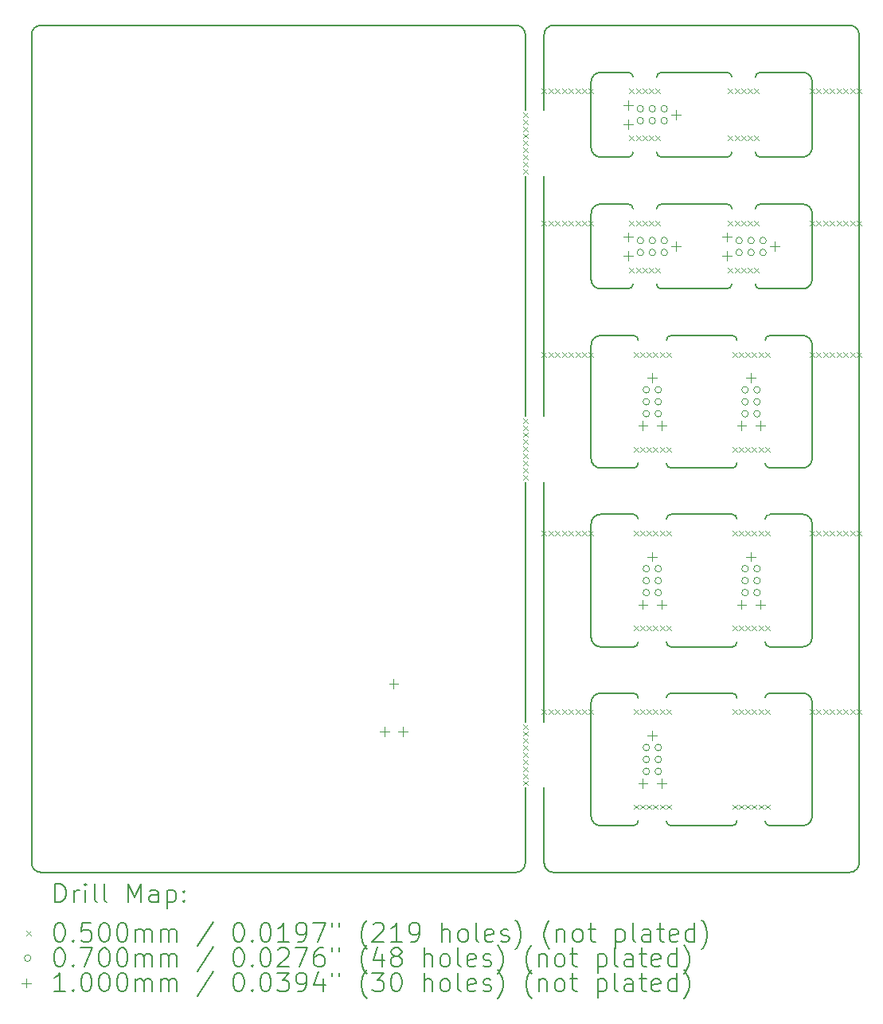
<source format=gbr>
%FSLAX45Y45*%
G04 Gerber Fmt 4.5, Leading zero omitted, Abs format (unit mm)*
G04 Created by KiCad (PCBNEW (6.0.2-0)) date 2022-08-08 09:45:42*
%MOMM*%
%LPD*%
G01*
G04 APERTURE LIST*
%TA.AperFunction,Profile*%
%ADD10C,0.150000*%
%TD*%
%ADD11C,0.200000*%
%ADD12C,0.050000*%
%ADD13C,0.070000*%
%ADD14C,0.100000*%
G04 APERTURE END LIST*
D10*
X16900000Y-12354000D02*
X16550000Y-12354000D01*
X17196000Y-6250000D02*
G75*
G03*
X17146000Y-6300000I0J-50000D01*
G01*
X17950000Y-10454000D02*
G75*
G03*
X18000000Y-10404000I0J50000D01*
G01*
X19300000Y-5850000D02*
X19300000Y-14650000D01*
X16950000Y-12896000D02*
G75*
G03*
X16900000Y-12846000I-50000J0D01*
G01*
X19200000Y-5750000D02*
X16050000Y-5750000D01*
X18800000Y-12946000D02*
G75*
G03*
X18700000Y-12846000I-100000J0D01*
G01*
X18800000Y-7750000D02*
X18800000Y-8450000D01*
X16900000Y-14254000D02*
G75*
G03*
X16950000Y-14204000I0J50000D01*
G01*
X16900000Y-10454000D02*
G75*
G03*
X16950000Y-10404000I0J50000D01*
G01*
X16550000Y-7650000D02*
G75*
G03*
X16450000Y-7750000I0J-100000D01*
G01*
X10600000Y-5750000D02*
G75*
G03*
X10500000Y-5850000I0J-100000D01*
G01*
X10600000Y-14750000D02*
X15650000Y-14750000D01*
X18300000Y-12304000D02*
G75*
G03*
X18350000Y-12354000I50000J0D01*
G01*
X16050000Y-5750000D02*
G75*
G03*
X15950000Y-5850000I0J-100000D01*
G01*
X15950000Y-6650000D02*
X15950000Y-5850000D01*
X16550000Y-10946000D02*
G75*
G03*
X16450000Y-11046000I0J-100000D01*
G01*
X18350000Y-9046000D02*
G75*
G03*
X18300000Y-9096000I0J-50000D01*
G01*
X18350000Y-14254000D02*
X18700000Y-14254000D01*
X16900000Y-12354000D02*
G75*
G03*
X16950000Y-12304000I0J50000D01*
G01*
X18350000Y-12846000D02*
X18700000Y-12846000D01*
X16900000Y-10946000D02*
X16550000Y-10946000D01*
X18246000Y-7650000D02*
G75*
G03*
X18196000Y-7700000I0J-50000D01*
G01*
X17146000Y-8500000D02*
G75*
G03*
X17196000Y-8550000I50000J0D01*
G01*
X16900000Y-14254000D02*
X16550000Y-14254000D01*
X18000000Y-12896000D02*
G75*
G03*
X17950000Y-12846000I-50000J0D01*
G01*
X16846000Y-8550000D02*
X16550000Y-8550000D01*
X17950000Y-14254000D02*
G75*
G03*
X18000000Y-14204000I0J50000D01*
G01*
X18196000Y-8500000D02*
G75*
G03*
X18246000Y-8550000I50000J0D01*
G01*
X16846000Y-8550000D02*
G75*
G03*
X16896000Y-8500000I0J50000D01*
G01*
X15950000Y-14650000D02*
G75*
G03*
X16050000Y-14750000I100000J0D01*
G01*
X17196000Y-7650000D02*
G75*
G03*
X17146000Y-7700000I0J-50000D01*
G01*
X17300000Y-10946000D02*
G75*
G03*
X17250000Y-10996000I0J-50000D01*
G01*
X16900000Y-9046000D02*
X16550000Y-9046000D01*
X18800000Y-6350000D02*
X18800000Y-7050000D01*
X18800000Y-11046000D02*
G75*
G03*
X18700000Y-10946000I-100000J0D01*
G01*
X17250000Y-12304000D02*
G75*
G03*
X17300000Y-12354000I50000J0D01*
G01*
X17896000Y-8550000D02*
X17196000Y-8550000D01*
X18000000Y-9096000D02*
G75*
G03*
X17950000Y-9046000I-50000J0D01*
G01*
X18246000Y-6250000D02*
G75*
G03*
X18196000Y-6300000I0J-50000D01*
G01*
X18196000Y-7100000D02*
G75*
G03*
X18246000Y-7150000I50000J0D01*
G01*
X16450000Y-14154000D02*
X16450000Y-12946000D01*
X16900000Y-10454000D02*
X16550000Y-10454000D01*
X16550000Y-9046000D02*
G75*
G03*
X16450000Y-9146000I0J-100000D01*
G01*
X15750000Y-5850000D02*
X15750000Y-6650000D01*
X19300000Y-5850000D02*
G75*
G03*
X19200000Y-5750000I-100000J0D01*
G01*
X15750000Y-7350000D02*
X15750000Y-9900000D01*
X18700000Y-8550000D02*
G75*
G03*
X18800000Y-8450000I0J100000D01*
G01*
X15750000Y-13150000D02*
X15750000Y-10600000D01*
X18700000Y-10454000D02*
G75*
G03*
X18800000Y-10354000I0J100000D01*
G01*
X16846000Y-7150000D02*
G75*
G03*
X16896000Y-7100000I0J50000D01*
G01*
X16450000Y-8450000D02*
X16450000Y-7750000D01*
X16896000Y-6300000D02*
G75*
G03*
X16846000Y-6250000I-50000J0D01*
G01*
X16450000Y-12254000D02*
X16450000Y-11046000D01*
X16846000Y-7150000D02*
X16550000Y-7150000D01*
X18350000Y-12354000D02*
X18700000Y-12354000D01*
X17300000Y-12846000D02*
G75*
G03*
X17250000Y-12896000I0J-50000D01*
G01*
X18300000Y-14204000D02*
G75*
G03*
X18350000Y-14254000I50000J0D01*
G01*
X16450000Y-10354000D02*
G75*
G03*
X16550000Y-10454000I100000J0D01*
G01*
X17950000Y-14254000D02*
X17300000Y-14254000D01*
X16450000Y-7050000D02*
X16450000Y-6350000D01*
X18700000Y-7650000D02*
X18246000Y-7650000D01*
X16950000Y-10996000D02*
G75*
G03*
X16900000Y-10946000I-50000J0D01*
G01*
X17300000Y-9046000D02*
G75*
G03*
X17250000Y-9096000I0J-50000D01*
G01*
X18700000Y-7150000D02*
G75*
G03*
X18800000Y-7050000I0J100000D01*
G01*
X18800000Y-7750000D02*
G75*
G03*
X18700000Y-7650000I-100000J0D01*
G01*
X18700000Y-6250000D02*
X18246000Y-6250000D01*
X16550000Y-12846000D02*
G75*
G03*
X16450000Y-12946000I0J-100000D01*
G01*
X18350000Y-12846000D02*
G75*
G03*
X18300000Y-12896000I0J-50000D01*
G01*
X18800000Y-12946000D02*
X18800000Y-14154000D01*
X16550000Y-7650000D02*
X16846000Y-7650000D01*
X16450000Y-14154000D02*
G75*
G03*
X16550000Y-14254000I100000J0D01*
G01*
X15950000Y-14650000D02*
X15950000Y-13850000D01*
X10500000Y-14650000D02*
X10500000Y-5850000D01*
X17196000Y-6250000D02*
X17896000Y-6250000D01*
X17946000Y-7700000D02*
G75*
G03*
X17896000Y-7650000I-50000J0D01*
G01*
X18700000Y-12354000D02*
G75*
G03*
X18800000Y-12254000I0J100000D01*
G01*
X16950000Y-9096000D02*
G75*
G03*
X16900000Y-9046000I-50000J0D01*
G01*
X17950000Y-10454000D02*
X17300000Y-10454000D01*
X19200000Y-14750000D02*
X16050000Y-14750000D01*
X17896000Y-7150000D02*
G75*
G03*
X17946000Y-7100000I0J50000D01*
G01*
X18350000Y-10454000D02*
X18700000Y-10454000D01*
X18350000Y-9046000D02*
X18700000Y-9046000D01*
X15750000Y-5850000D02*
G75*
G03*
X15650000Y-5750000I-100000J0D01*
G01*
X18350000Y-10946000D02*
X18700000Y-10946000D01*
X16450000Y-12254000D02*
G75*
G03*
X16550000Y-12354000I100000J0D01*
G01*
X18700000Y-14254000D02*
G75*
G03*
X18800000Y-14154000I0J100000D01*
G01*
X16450000Y-8450000D02*
G75*
G03*
X16550000Y-8550000I100000J0D01*
G01*
X15950000Y-9900000D02*
X15950000Y-7350000D01*
X18350000Y-10946000D02*
G75*
G03*
X18300000Y-10996000I0J-50000D01*
G01*
X18300000Y-10404000D02*
G75*
G03*
X18350000Y-10454000I50000J0D01*
G01*
X15750000Y-13850000D02*
X15750000Y-14650000D01*
X17950000Y-12354000D02*
G75*
G03*
X18000000Y-12304000I0J50000D01*
G01*
X18800000Y-6350000D02*
G75*
G03*
X18700000Y-6250000I-100000J0D01*
G01*
X17946000Y-6300000D02*
G75*
G03*
X17896000Y-6250000I-50000J0D01*
G01*
X10600000Y-5750000D02*
X15650000Y-5750000D01*
X18800000Y-11046000D02*
X18800000Y-12254000D01*
X17300000Y-10946000D02*
X17950000Y-10946000D01*
X18800000Y-9146000D02*
G75*
G03*
X18700000Y-9046000I-100000J0D01*
G01*
X18800000Y-9146000D02*
X18800000Y-10354000D01*
X16896000Y-7700000D02*
G75*
G03*
X16846000Y-7650000I-50000J0D01*
G01*
X15950000Y-13150000D02*
X15950000Y-10600000D01*
X17896000Y-7150000D02*
X17196000Y-7150000D01*
X16550000Y-6250000D02*
X16846000Y-6250000D01*
X16450000Y-7050000D02*
G75*
G03*
X16550000Y-7150000I100000J0D01*
G01*
X15650000Y-14750000D02*
G75*
G03*
X15750000Y-14650000I0J100000D01*
G01*
X17250000Y-14204000D02*
G75*
G03*
X17300000Y-14254000I50000J0D01*
G01*
X19200000Y-14750000D02*
G75*
G03*
X19300000Y-14650000I0J100000D01*
G01*
X10500000Y-14650000D02*
G75*
G03*
X10600000Y-14750000I100000J0D01*
G01*
X17950000Y-12354000D02*
X17300000Y-12354000D01*
X17196000Y-7650000D02*
X17896000Y-7650000D01*
X17300000Y-9046000D02*
X17950000Y-9046000D01*
X16550000Y-6250000D02*
G75*
G03*
X16450000Y-6350000I0J-100000D01*
G01*
X16900000Y-12846000D02*
X16550000Y-12846000D01*
X18000000Y-10996000D02*
G75*
G03*
X17950000Y-10946000I-50000J0D01*
G01*
X18246000Y-8550000D02*
X18700000Y-8550000D01*
X17146000Y-7100000D02*
G75*
G03*
X17196000Y-7150000I50000J0D01*
G01*
X18246000Y-7150000D02*
X18700000Y-7150000D01*
X17300000Y-12846000D02*
X17950000Y-12846000D01*
X17250000Y-10404000D02*
G75*
G03*
X17300000Y-10454000I50000J0D01*
G01*
X16450000Y-10354000D02*
X16450000Y-9146000D01*
X17896000Y-8550000D02*
G75*
G03*
X17946000Y-8500000I0J50000D01*
G01*
D11*
D12*
X15725000Y-6675000D02*
X15775000Y-6725000D01*
X15775000Y-6675000D02*
X15725000Y-6725000D01*
X15725000Y-6750000D02*
X15775000Y-6800000D01*
X15775000Y-6750000D02*
X15725000Y-6800000D01*
X15725000Y-6825000D02*
X15775000Y-6875000D01*
X15775000Y-6825000D02*
X15725000Y-6875000D01*
X15725000Y-6900000D02*
X15775000Y-6950000D01*
X15775000Y-6900000D02*
X15725000Y-6950000D01*
X15725000Y-6975000D02*
X15775000Y-7025000D01*
X15775000Y-6975000D02*
X15725000Y-7025000D01*
X15725000Y-7050000D02*
X15775000Y-7100000D01*
X15775000Y-7050000D02*
X15725000Y-7100000D01*
X15725000Y-7125000D02*
X15775000Y-7175000D01*
X15775000Y-7125000D02*
X15725000Y-7175000D01*
X15725000Y-7200000D02*
X15775000Y-7250000D01*
X15775000Y-7200000D02*
X15725000Y-7250000D01*
X15725000Y-7275000D02*
X15775000Y-7325000D01*
X15775000Y-7275000D02*
X15725000Y-7325000D01*
X15725000Y-9925000D02*
X15775000Y-9975000D01*
X15775000Y-9925000D02*
X15725000Y-9975000D01*
X15725000Y-10000000D02*
X15775000Y-10050000D01*
X15775000Y-10000000D02*
X15725000Y-10050000D01*
X15725000Y-10075000D02*
X15775000Y-10125000D01*
X15775000Y-10075000D02*
X15725000Y-10125000D01*
X15725000Y-10150000D02*
X15775000Y-10200000D01*
X15775000Y-10150000D02*
X15725000Y-10200000D01*
X15725000Y-10225000D02*
X15775000Y-10275000D01*
X15775000Y-10225000D02*
X15725000Y-10275000D01*
X15725000Y-10300000D02*
X15775000Y-10350000D01*
X15775000Y-10300000D02*
X15725000Y-10350000D01*
X15725000Y-10375000D02*
X15775000Y-10425000D01*
X15775000Y-10375000D02*
X15725000Y-10425000D01*
X15725000Y-10450000D02*
X15775000Y-10500000D01*
X15775000Y-10450000D02*
X15725000Y-10500000D01*
X15725000Y-10525000D02*
X15775000Y-10575000D01*
X15775000Y-10525000D02*
X15725000Y-10575000D01*
X15725000Y-13175000D02*
X15775000Y-13225000D01*
X15775000Y-13175000D02*
X15725000Y-13225000D01*
X15725000Y-13250000D02*
X15775000Y-13300000D01*
X15775000Y-13250000D02*
X15725000Y-13300000D01*
X15725000Y-13325000D02*
X15775000Y-13375000D01*
X15775000Y-13325000D02*
X15725000Y-13375000D01*
X15725000Y-13400000D02*
X15775000Y-13450000D01*
X15775000Y-13400000D02*
X15725000Y-13450000D01*
X15725000Y-13475000D02*
X15775000Y-13525000D01*
X15775000Y-13475000D02*
X15725000Y-13525000D01*
X15725000Y-13550000D02*
X15775000Y-13600000D01*
X15775000Y-13550000D02*
X15725000Y-13600000D01*
X15725000Y-13625000D02*
X15775000Y-13675000D01*
X15775000Y-13625000D02*
X15725000Y-13675000D01*
X15725000Y-13700000D02*
X15775000Y-13750000D01*
X15775000Y-13700000D02*
X15725000Y-13750000D01*
X15725000Y-13775000D02*
X15775000Y-13825000D01*
X15775000Y-13775000D02*
X15725000Y-13825000D01*
X15925000Y-6425000D02*
X15975000Y-6475000D01*
X15975000Y-6425000D02*
X15925000Y-6475000D01*
X15925000Y-7825000D02*
X15975000Y-7875000D01*
X15975000Y-7825000D02*
X15925000Y-7875000D01*
X15925000Y-9221000D02*
X15975000Y-9271000D01*
X15975000Y-9221000D02*
X15925000Y-9271000D01*
X15925000Y-11121000D02*
X15975000Y-11171000D01*
X15975000Y-11121000D02*
X15925000Y-11171000D01*
X15925000Y-13021000D02*
X15975000Y-13071000D01*
X15975000Y-13021000D02*
X15925000Y-13071000D01*
X15996429Y-6425000D02*
X16046429Y-6475000D01*
X16046429Y-6425000D02*
X15996429Y-6475000D01*
X15996429Y-7825000D02*
X16046429Y-7875000D01*
X16046429Y-7825000D02*
X15996429Y-7875000D01*
X15996429Y-9221000D02*
X16046429Y-9271000D01*
X16046429Y-9221000D02*
X15996429Y-9271000D01*
X15996429Y-11121000D02*
X16046429Y-11171000D01*
X16046429Y-11121000D02*
X15996429Y-11171000D01*
X15996429Y-13021000D02*
X16046429Y-13071000D01*
X16046429Y-13021000D02*
X15996429Y-13071000D01*
X16067857Y-6425000D02*
X16117857Y-6475000D01*
X16117857Y-6425000D02*
X16067857Y-6475000D01*
X16067857Y-7825000D02*
X16117857Y-7875000D01*
X16117857Y-7825000D02*
X16067857Y-7875000D01*
X16067857Y-9221000D02*
X16117857Y-9271000D01*
X16117857Y-9221000D02*
X16067857Y-9271000D01*
X16067857Y-11121000D02*
X16117857Y-11171000D01*
X16117857Y-11121000D02*
X16067857Y-11171000D01*
X16067857Y-13021000D02*
X16117857Y-13071000D01*
X16117857Y-13021000D02*
X16067857Y-13071000D01*
X16139286Y-6425000D02*
X16189286Y-6475000D01*
X16189286Y-6425000D02*
X16139286Y-6475000D01*
X16139286Y-7825000D02*
X16189286Y-7875000D01*
X16189286Y-7825000D02*
X16139286Y-7875000D01*
X16139286Y-9221000D02*
X16189286Y-9271000D01*
X16189286Y-9221000D02*
X16139286Y-9271000D01*
X16139286Y-11121000D02*
X16189286Y-11171000D01*
X16189286Y-11121000D02*
X16139286Y-11171000D01*
X16139286Y-13021000D02*
X16189286Y-13071000D01*
X16189286Y-13021000D02*
X16139286Y-13071000D01*
X16210714Y-6425000D02*
X16260714Y-6475000D01*
X16260714Y-6425000D02*
X16210714Y-6475000D01*
X16210714Y-7825000D02*
X16260714Y-7875000D01*
X16260714Y-7825000D02*
X16210714Y-7875000D01*
X16210714Y-9221000D02*
X16260714Y-9271000D01*
X16260714Y-9221000D02*
X16210714Y-9271000D01*
X16210714Y-11121000D02*
X16260714Y-11171000D01*
X16260714Y-11121000D02*
X16210714Y-11171000D01*
X16210714Y-13021000D02*
X16260714Y-13071000D01*
X16260714Y-13021000D02*
X16210714Y-13071000D01*
X16282143Y-6425000D02*
X16332143Y-6475000D01*
X16332143Y-6425000D02*
X16282143Y-6475000D01*
X16282143Y-7825000D02*
X16332143Y-7875000D01*
X16332143Y-7825000D02*
X16282143Y-7875000D01*
X16282143Y-9221000D02*
X16332143Y-9271000D01*
X16332143Y-9221000D02*
X16282143Y-9271000D01*
X16282143Y-11121000D02*
X16332143Y-11171000D01*
X16332143Y-11121000D02*
X16282143Y-11171000D01*
X16282143Y-13021000D02*
X16332143Y-13071000D01*
X16332143Y-13021000D02*
X16282143Y-13071000D01*
X16353571Y-6425000D02*
X16403571Y-6475000D01*
X16403571Y-6425000D02*
X16353571Y-6475000D01*
X16353571Y-7825000D02*
X16403571Y-7875000D01*
X16403571Y-7825000D02*
X16353571Y-7875000D01*
X16353571Y-9221000D02*
X16403571Y-9271000D01*
X16403571Y-9221000D02*
X16353571Y-9271000D01*
X16353571Y-11121000D02*
X16403571Y-11171000D01*
X16403571Y-11121000D02*
X16353571Y-11171000D01*
X16353571Y-13021000D02*
X16403571Y-13071000D01*
X16403571Y-13021000D02*
X16353571Y-13071000D01*
X16425000Y-6425000D02*
X16475000Y-6475000D01*
X16475000Y-6425000D02*
X16425000Y-6475000D01*
X16425000Y-7825000D02*
X16475000Y-7875000D01*
X16475000Y-7825000D02*
X16425000Y-7875000D01*
X16425000Y-9221000D02*
X16475000Y-9271000D01*
X16475000Y-9221000D02*
X16425000Y-9271000D01*
X16425000Y-11121000D02*
X16475000Y-11171000D01*
X16475000Y-11121000D02*
X16425000Y-11171000D01*
X16425000Y-13021000D02*
X16475000Y-13071000D01*
X16475000Y-13021000D02*
X16425000Y-13071000D01*
X16856000Y-6425000D02*
X16906000Y-6475000D01*
X16906000Y-6425000D02*
X16856000Y-6475000D01*
X16856000Y-6925000D02*
X16906000Y-6975000D01*
X16906000Y-6925000D02*
X16856000Y-6975000D01*
X16856000Y-7825000D02*
X16906000Y-7875000D01*
X16906000Y-7825000D02*
X16856000Y-7875000D01*
X16856000Y-8325000D02*
X16906000Y-8375000D01*
X16906000Y-8325000D02*
X16856000Y-8375000D01*
X16900000Y-9221000D02*
X16950000Y-9271000D01*
X16950000Y-9221000D02*
X16900000Y-9271000D01*
X16900000Y-10229000D02*
X16950000Y-10279000D01*
X16950000Y-10229000D02*
X16900000Y-10279000D01*
X16900000Y-11121000D02*
X16950000Y-11171000D01*
X16950000Y-11121000D02*
X16900000Y-11171000D01*
X16900000Y-12129000D02*
X16950000Y-12179000D01*
X16950000Y-12129000D02*
X16900000Y-12179000D01*
X16900000Y-13021000D02*
X16950000Y-13071000D01*
X16950000Y-13021000D02*
X16900000Y-13071000D01*
X16900000Y-14029000D02*
X16950000Y-14079000D01*
X16950000Y-14029000D02*
X16900000Y-14079000D01*
X16926000Y-6425000D02*
X16976000Y-6475000D01*
X16976000Y-6425000D02*
X16926000Y-6475000D01*
X16926000Y-6925000D02*
X16976000Y-6975000D01*
X16976000Y-6925000D02*
X16926000Y-6975000D01*
X16926000Y-7825000D02*
X16976000Y-7875000D01*
X16976000Y-7825000D02*
X16926000Y-7875000D01*
X16926000Y-8325000D02*
X16976000Y-8375000D01*
X16976000Y-8325000D02*
X16926000Y-8375000D01*
X16970000Y-9221000D02*
X17020000Y-9271000D01*
X17020000Y-9221000D02*
X16970000Y-9271000D01*
X16970000Y-10229000D02*
X17020000Y-10279000D01*
X17020000Y-10229000D02*
X16970000Y-10279000D01*
X16970000Y-11121000D02*
X17020000Y-11171000D01*
X17020000Y-11121000D02*
X16970000Y-11171000D01*
X16970000Y-12129000D02*
X17020000Y-12179000D01*
X17020000Y-12129000D02*
X16970000Y-12179000D01*
X16970000Y-13021000D02*
X17020000Y-13071000D01*
X17020000Y-13021000D02*
X16970000Y-13071000D01*
X16970000Y-14029000D02*
X17020000Y-14079000D01*
X17020000Y-14029000D02*
X16970000Y-14079000D01*
X16996000Y-6425000D02*
X17046000Y-6475000D01*
X17046000Y-6425000D02*
X16996000Y-6475000D01*
X16996000Y-6925000D02*
X17046000Y-6975000D01*
X17046000Y-6925000D02*
X16996000Y-6975000D01*
X16996000Y-7825000D02*
X17046000Y-7875000D01*
X17046000Y-7825000D02*
X16996000Y-7875000D01*
X16996000Y-8325000D02*
X17046000Y-8375000D01*
X17046000Y-8325000D02*
X16996000Y-8375000D01*
X17040000Y-9221000D02*
X17090000Y-9271000D01*
X17090000Y-9221000D02*
X17040000Y-9271000D01*
X17040000Y-10229000D02*
X17090000Y-10279000D01*
X17090000Y-10229000D02*
X17040000Y-10279000D01*
X17040000Y-11121000D02*
X17090000Y-11171000D01*
X17090000Y-11121000D02*
X17040000Y-11171000D01*
X17040000Y-12129000D02*
X17090000Y-12179000D01*
X17090000Y-12129000D02*
X17040000Y-12179000D01*
X17040000Y-13021000D02*
X17090000Y-13071000D01*
X17090000Y-13021000D02*
X17040000Y-13071000D01*
X17040000Y-14029000D02*
X17090000Y-14079000D01*
X17090000Y-14029000D02*
X17040000Y-14079000D01*
X17066000Y-6425000D02*
X17116000Y-6475000D01*
X17116000Y-6425000D02*
X17066000Y-6475000D01*
X17066000Y-6925000D02*
X17116000Y-6975000D01*
X17116000Y-6925000D02*
X17066000Y-6975000D01*
X17066000Y-7825000D02*
X17116000Y-7875000D01*
X17116000Y-7825000D02*
X17066000Y-7875000D01*
X17066000Y-8325000D02*
X17116000Y-8375000D01*
X17116000Y-8325000D02*
X17066000Y-8375000D01*
X17110000Y-9221000D02*
X17160000Y-9271000D01*
X17160000Y-9221000D02*
X17110000Y-9271000D01*
X17110000Y-10229000D02*
X17160000Y-10279000D01*
X17160000Y-10229000D02*
X17110000Y-10279000D01*
X17110000Y-11121000D02*
X17160000Y-11171000D01*
X17160000Y-11121000D02*
X17110000Y-11171000D01*
X17110000Y-12129000D02*
X17160000Y-12179000D01*
X17160000Y-12129000D02*
X17110000Y-12179000D01*
X17110000Y-13021000D02*
X17160000Y-13071000D01*
X17160000Y-13021000D02*
X17110000Y-13071000D01*
X17110000Y-14029000D02*
X17160000Y-14079000D01*
X17160000Y-14029000D02*
X17110000Y-14079000D01*
X17136000Y-6425000D02*
X17186000Y-6475000D01*
X17186000Y-6425000D02*
X17136000Y-6475000D01*
X17136000Y-6925000D02*
X17186000Y-6975000D01*
X17186000Y-6925000D02*
X17136000Y-6975000D01*
X17136000Y-7825000D02*
X17186000Y-7875000D01*
X17186000Y-7825000D02*
X17136000Y-7875000D01*
X17136000Y-8325000D02*
X17186000Y-8375000D01*
X17186000Y-8325000D02*
X17136000Y-8375000D01*
X17180000Y-9221000D02*
X17230000Y-9271000D01*
X17230000Y-9221000D02*
X17180000Y-9271000D01*
X17180000Y-10229000D02*
X17230000Y-10279000D01*
X17230000Y-10229000D02*
X17180000Y-10279000D01*
X17180000Y-11121000D02*
X17230000Y-11171000D01*
X17230000Y-11121000D02*
X17180000Y-11171000D01*
X17180000Y-12129000D02*
X17230000Y-12179000D01*
X17230000Y-12129000D02*
X17180000Y-12179000D01*
X17180000Y-13021000D02*
X17230000Y-13071000D01*
X17230000Y-13021000D02*
X17180000Y-13071000D01*
X17180000Y-14029000D02*
X17230000Y-14079000D01*
X17230000Y-14029000D02*
X17180000Y-14079000D01*
X17250000Y-9221000D02*
X17300000Y-9271000D01*
X17300000Y-9221000D02*
X17250000Y-9271000D01*
X17250000Y-10229000D02*
X17300000Y-10279000D01*
X17300000Y-10229000D02*
X17250000Y-10279000D01*
X17250000Y-11121000D02*
X17300000Y-11171000D01*
X17300000Y-11121000D02*
X17250000Y-11171000D01*
X17250000Y-12129000D02*
X17300000Y-12179000D01*
X17300000Y-12129000D02*
X17250000Y-12179000D01*
X17250000Y-13021000D02*
X17300000Y-13071000D01*
X17300000Y-13021000D02*
X17250000Y-13071000D01*
X17250000Y-14029000D02*
X17300000Y-14079000D01*
X17300000Y-14029000D02*
X17250000Y-14079000D01*
X17906000Y-6425000D02*
X17956000Y-6475000D01*
X17956000Y-6425000D02*
X17906000Y-6475000D01*
X17906000Y-6925000D02*
X17956000Y-6975000D01*
X17956000Y-6925000D02*
X17906000Y-6975000D01*
X17906000Y-7825000D02*
X17956000Y-7875000D01*
X17956000Y-7825000D02*
X17906000Y-7875000D01*
X17906000Y-8325000D02*
X17956000Y-8375000D01*
X17956000Y-8325000D02*
X17906000Y-8375000D01*
X17950000Y-13021000D02*
X18000000Y-13071000D01*
X18000000Y-13021000D02*
X17950000Y-13071000D01*
X17950000Y-14029000D02*
X18000000Y-14079000D01*
X18000000Y-14029000D02*
X17950000Y-14079000D01*
X17950000Y-9221000D02*
X18000000Y-9271000D01*
X18000000Y-9221000D02*
X17950000Y-9271000D01*
X17950000Y-10229000D02*
X18000000Y-10279000D01*
X18000000Y-10229000D02*
X17950000Y-10279000D01*
X17950000Y-11121000D02*
X18000000Y-11171000D01*
X18000000Y-11121000D02*
X17950000Y-11171000D01*
X17950000Y-12129000D02*
X18000000Y-12179000D01*
X18000000Y-12129000D02*
X17950000Y-12179000D01*
X17976000Y-6425000D02*
X18026000Y-6475000D01*
X18026000Y-6425000D02*
X17976000Y-6475000D01*
X17976000Y-6925000D02*
X18026000Y-6975000D01*
X18026000Y-6925000D02*
X17976000Y-6975000D01*
X17976000Y-7825000D02*
X18026000Y-7875000D01*
X18026000Y-7825000D02*
X17976000Y-7875000D01*
X17976000Y-8325000D02*
X18026000Y-8375000D01*
X18026000Y-8325000D02*
X17976000Y-8375000D01*
X18020000Y-13021000D02*
X18070000Y-13071000D01*
X18070000Y-13021000D02*
X18020000Y-13071000D01*
X18020000Y-14029000D02*
X18070000Y-14079000D01*
X18070000Y-14029000D02*
X18020000Y-14079000D01*
X18020000Y-9221000D02*
X18070000Y-9271000D01*
X18070000Y-9221000D02*
X18020000Y-9271000D01*
X18020000Y-10229000D02*
X18070000Y-10279000D01*
X18070000Y-10229000D02*
X18020000Y-10279000D01*
X18020000Y-11121000D02*
X18070000Y-11171000D01*
X18070000Y-11121000D02*
X18020000Y-11171000D01*
X18020000Y-12129000D02*
X18070000Y-12179000D01*
X18070000Y-12129000D02*
X18020000Y-12179000D01*
X18046000Y-6425000D02*
X18096000Y-6475000D01*
X18096000Y-6425000D02*
X18046000Y-6475000D01*
X18046000Y-6925000D02*
X18096000Y-6975000D01*
X18096000Y-6925000D02*
X18046000Y-6975000D01*
X18046000Y-7825000D02*
X18096000Y-7875000D01*
X18096000Y-7825000D02*
X18046000Y-7875000D01*
X18046000Y-8325000D02*
X18096000Y-8375000D01*
X18096000Y-8325000D02*
X18046000Y-8375000D01*
X18090000Y-13021000D02*
X18140000Y-13071000D01*
X18140000Y-13021000D02*
X18090000Y-13071000D01*
X18090000Y-14029000D02*
X18140000Y-14079000D01*
X18140000Y-14029000D02*
X18090000Y-14079000D01*
X18090000Y-9221000D02*
X18140000Y-9271000D01*
X18140000Y-9221000D02*
X18090000Y-9271000D01*
X18090000Y-10229000D02*
X18140000Y-10279000D01*
X18140000Y-10229000D02*
X18090000Y-10279000D01*
X18090000Y-11121000D02*
X18140000Y-11171000D01*
X18140000Y-11121000D02*
X18090000Y-11171000D01*
X18090000Y-12129000D02*
X18140000Y-12179000D01*
X18140000Y-12129000D02*
X18090000Y-12179000D01*
X18116000Y-6425000D02*
X18166000Y-6475000D01*
X18166000Y-6425000D02*
X18116000Y-6475000D01*
X18116000Y-6925000D02*
X18166000Y-6975000D01*
X18166000Y-6925000D02*
X18116000Y-6975000D01*
X18116000Y-7825000D02*
X18166000Y-7875000D01*
X18166000Y-7825000D02*
X18116000Y-7875000D01*
X18116000Y-8325000D02*
X18166000Y-8375000D01*
X18166000Y-8325000D02*
X18116000Y-8375000D01*
X18160000Y-13021000D02*
X18210000Y-13071000D01*
X18210000Y-13021000D02*
X18160000Y-13071000D01*
X18160000Y-14029000D02*
X18210000Y-14079000D01*
X18210000Y-14029000D02*
X18160000Y-14079000D01*
X18160000Y-9221000D02*
X18210000Y-9271000D01*
X18210000Y-9221000D02*
X18160000Y-9271000D01*
X18160000Y-10229000D02*
X18210000Y-10279000D01*
X18210000Y-10229000D02*
X18160000Y-10279000D01*
X18160000Y-11121000D02*
X18210000Y-11171000D01*
X18210000Y-11121000D02*
X18160000Y-11171000D01*
X18160000Y-12129000D02*
X18210000Y-12179000D01*
X18210000Y-12129000D02*
X18160000Y-12179000D01*
X18186000Y-6425000D02*
X18236000Y-6475000D01*
X18236000Y-6425000D02*
X18186000Y-6475000D01*
X18186000Y-6925000D02*
X18236000Y-6975000D01*
X18236000Y-6925000D02*
X18186000Y-6975000D01*
X18186000Y-7825000D02*
X18236000Y-7875000D01*
X18236000Y-7825000D02*
X18186000Y-7875000D01*
X18186000Y-8325000D02*
X18236000Y-8375000D01*
X18236000Y-8325000D02*
X18186000Y-8375000D01*
X18230000Y-13021000D02*
X18280000Y-13071000D01*
X18280000Y-13021000D02*
X18230000Y-13071000D01*
X18230000Y-14029000D02*
X18280000Y-14079000D01*
X18280000Y-14029000D02*
X18230000Y-14079000D01*
X18230000Y-9221000D02*
X18280000Y-9271000D01*
X18280000Y-9221000D02*
X18230000Y-9271000D01*
X18230000Y-10229000D02*
X18280000Y-10279000D01*
X18280000Y-10229000D02*
X18230000Y-10279000D01*
X18230000Y-11121000D02*
X18280000Y-11171000D01*
X18280000Y-11121000D02*
X18230000Y-11171000D01*
X18230000Y-12129000D02*
X18280000Y-12179000D01*
X18280000Y-12129000D02*
X18230000Y-12179000D01*
X18300000Y-13021000D02*
X18350000Y-13071000D01*
X18350000Y-13021000D02*
X18300000Y-13071000D01*
X18300000Y-14029000D02*
X18350000Y-14079000D01*
X18350000Y-14029000D02*
X18300000Y-14079000D01*
X18300000Y-9221000D02*
X18350000Y-9271000D01*
X18350000Y-9221000D02*
X18300000Y-9271000D01*
X18300000Y-10229000D02*
X18350000Y-10279000D01*
X18350000Y-10229000D02*
X18300000Y-10279000D01*
X18300000Y-11121000D02*
X18350000Y-11171000D01*
X18350000Y-11121000D02*
X18300000Y-11171000D01*
X18300000Y-12129000D02*
X18350000Y-12179000D01*
X18350000Y-12129000D02*
X18300000Y-12179000D01*
X18775000Y-6425000D02*
X18825000Y-6475000D01*
X18825000Y-6425000D02*
X18775000Y-6475000D01*
X18775000Y-7825000D02*
X18825000Y-7875000D01*
X18825000Y-7825000D02*
X18775000Y-7875000D01*
X18775000Y-9221000D02*
X18825000Y-9271000D01*
X18825000Y-9221000D02*
X18775000Y-9271000D01*
X18775000Y-11121000D02*
X18825000Y-11171000D01*
X18825000Y-11121000D02*
X18775000Y-11171000D01*
X18775000Y-13021000D02*
X18825000Y-13071000D01*
X18825000Y-13021000D02*
X18775000Y-13071000D01*
X18846429Y-6425000D02*
X18896429Y-6475000D01*
X18896429Y-6425000D02*
X18846429Y-6475000D01*
X18846429Y-7825000D02*
X18896429Y-7875000D01*
X18896429Y-7825000D02*
X18846429Y-7875000D01*
X18846429Y-9221000D02*
X18896429Y-9271000D01*
X18896429Y-9221000D02*
X18846429Y-9271000D01*
X18846429Y-11121000D02*
X18896429Y-11171000D01*
X18896429Y-11121000D02*
X18846429Y-11171000D01*
X18846429Y-13021000D02*
X18896429Y-13071000D01*
X18896429Y-13021000D02*
X18846429Y-13071000D01*
X18917857Y-6425000D02*
X18967857Y-6475000D01*
X18967857Y-6425000D02*
X18917857Y-6475000D01*
X18917857Y-7825000D02*
X18967857Y-7875000D01*
X18967857Y-7825000D02*
X18917857Y-7875000D01*
X18917857Y-9221000D02*
X18967857Y-9271000D01*
X18967857Y-9221000D02*
X18917857Y-9271000D01*
X18917857Y-11121000D02*
X18967857Y-11171000D01*
X18967857Y-11121000D02*
X18917857Y-11171000D01*
X18917857Y-13021000D02*
X18967857Y-13071000D01*
X18967857Y-13021000D02*
X18917857Y-13071000D01*
X18989286Y-6425000D02*
X19039286Y-6475000D01*
X19039286Y-6425000D02*
X18989286Y-6475000D01*
X18989286Y-7825000D02*
X19039286Y-7875000D01*
X19039286Y-7825000D02*
X18989286Y-7875000D01*
X18989286Y-9221000D02*
X19039286Y-9271000D01*
X19039286Y-9221000D02*
X18989286Y-9271000D01*
X18989286Y-11121000D02*
X19039286Y-11171000D01*
X19039286Y-11121000D02*
X18989286Y-11171000D01*
X18989286Y-13021000D02*
X19039286Y-13071000D01*
X19039286Y-13021000D02*
X18989286Y-13071000D01*
X19060714Y-6425000D02*
X19110714Y-6475000D01*
X19110714Y-6425000D02*
X19060714Y-6475000D01*
X19060714Y-7825000D02*
X19110714Y-7875000D01*
X19110714Y-7825000D02*
X19060714Y-7875000D01*
X19060714Y-9221000D02*
X19110714Y-9271000D01*
X19110714Y-9221000D02*
X19060714Y-9271000D01*
X19060714Y-11121000D02*
X19110714Y-11171000D01*
X19110714Y-11121000D02*
X19060714Y-11171000D01*
X19060714Y-13021000D02*
X19110714Y-13071000D01*
X19110714Y-13021000D02*
X19060714Y-13071000D01*
X19132143Y-6425000D02*
X19182143Y-6475000D01*
X19182143Y-6425000D02*
X19132143Y-6475000D01*
X19132143Y-7825000D02*
X19182143Y-7875000D01*
X19182143Y-7825000D02*
X19132143Y-7875000D01*
X19132143Y-9221000D02*
X19182143Y-9271000D01*
X19182143Y-9221000D02*
X19132143Y-9271000D01*
X19132143Y-11121000D02*
X19182143Y-11171000D01*
X19182143Y-11121000D02*
X19132143Y-11171000D01*
X19132143Y-13021000D02*
X19182143Y-13071000D01*
X19182143Y-13021000D02*
X19132143Y-13071000D01*
X19203571Y-6425000D02*
X19253571Y-6475000D01*
X19253571Y-6425000D02*
X19203571Y-6475000D01*
X19203571Y-7825000D02*
X19253571Y-7875000D01*
X19253571Y-7825000D02*
X19203571Y-7875000D01*
X19203571Y-9221000D02*
X19253571Y-9271000D01*
X19253571Y-9221000D02*
X19203571Y-9271000D01*
X19203571Y-11121000D02*
X19253571Y-11171000D01*
X19253571Y-11121000D02*
X19203571Y-11171000D01*
X19203571Y-13021000D02*
X19253571Y-13071000D01*
X19253571Y-13021000D02*
X19203571Y-13071000D01*
X19275000Y-6425000D02*
X19325000Y-6475000D01*
X19325000Y-6425000D02*
X19275000Y-6475000D01*
X19275000Y-7825000D02*
X19325000Y-7875000D01*
X19325000Y-7825000D02*
X19275000Y-7875000D01*
X19275000Y-9221000D02*
X19325000Y-9271000D01*
X19325000Y-9221000D02*
X19275000Y-9271000D01*
X19275000Y-11121000D02*
X19325000Y-11171000D01*
X19325000Y-11121000D02*
X19275000Y-11171000D01*
X19275000Y-13021000D02*
X19325000Y-13071000D01*
X19325000Y-13021000D02*
X19275000Y-13071000D01*
D13*
X17008000Y-6636500D02*
G75*
G03*
X17008000Y-6636500I-35000J0D01*
G01*
X17008000Y-6763500D02*
G75*
G03*
X17008000Y-6763500I-35000J0D01*
G01*
X17008000Y-8036500D02*
G75*
G03*
X17008000Y-8036500I-35000J0D01*
G01*
X17008000Y-8163500D02*
G75*
G03*
X17008000Y-8163500I-35000J0D01*
G01*
X17071500Y-9623000D02*
G75*
G03*
X17071500Y-9623000I-35000J0D01*
G01*
X17071500Y-9750000D02*
G75*
G03*
X17071500Y-9750000I-35000J0D01*
G01*
X17071500Y-9877000D02*
G75*
G03*
X17071500Y-9877000I-35000J0D01*
G01*
X17071500Y-11523000D02*
G75*
G03*
X17071500Y-11523000I-35000J0D01*
G01*
X17071500Y-11650000D02*
G75*
G03*
X17071500Y-11650000I-35000J0D01*
G01*
X17071500Y-11777000D02*
G75*
G03*
X17071500Y-11777000I-35000J0D01*
G01*
X17071500Y-13423000D02*
G75*
G03*
X17071500Y-13423000I-35000J0D01*
G01*
X17071500Y-13550000D02*
G75*
G03*
X17071500Y-13550000I-35000J0D01*
G01*
X17071500Y-13677000D02*
G75*
G03*
X17071500Y-13677000I-35000J0D01*
G01*
X17135000Y-6636500D02*
G75*
G03*
X17135000Y-6636500I-35000J0D01*
G01*
X17135000Y-6763500D02*
G75*
G03*
X17135000Y-6763500I-35000J0D01*
G01*
X17135000Y-8036500D02*
G75*
G03*
X17135000Y-8036500I-35000J0D01*
G01*
X17135000Y-8163500D02*
G75*
G03*
X17135000Y-8163500I-35000J0D01*
G01*
X17198500Y-9623000D02*
G75*
G03*
X17198500Y-9623000I-35000J0D01*
G01*
X17198500Y-9750000D02*
G75*
G03*
X17198500Y-9750000I-35000J0D01*
G01*
X17198500Y-9877000D02*
G75*
G03*
X17198500Y-9877000I-35000J0D01*
G01*
X17198500Y-11523000D02*
G75*
G03*
X17198500Y-11523000I-35000J0D01*
G01*
X17198500Y-11650000D02*
G75*
G03*
X17198500Y-11650000I-35000J0D01*
G01*
X17198500Y-11777000D02*
G75*
G03*
X17198500Y-11777000I-35000J0D01*
G01*
X17198500Y-13423000D02*
G75*
G03*
X17198500Y-13423000I-35000J0D01*
G01*
X17198500Y-13550000D02*
G75*
G03*
X17198500Y-13550000I-35000J0D01*
G01*
X17198500Y-13677000D02*
G75*
G03*
X17198500Y-13677000I-35000J0D01*
G01*
X17262000Y-6636500D02*
G75*
G03*
X17262000Y-6636500I-35000J0D01*
G01*
X17262000Y-6763500D02*
G75*
G03*
X17262000Y-6763500I-35000J0D01*
G01*
X17262000Y-8036500D02*
G75*
G03*
X17262000Y-8036500I-35000J0D01*
G01*
X17262000Y-8163500D02*
G75*
G03*
X17262000Y-8163500I-35000J0D01*
G01*
X18058000Y-8036500D02*
G75*
G03*
X18058000Y-8036500I-35000J0D01*
G01*
X18058000Y-8163500D02*
G75*
G03*
X18058000Y-8163500I-35000J0D01*
G01*
X18121500Y-9623000D02*
G75*
G03*
X18121500Y-9623000I-35000J0D01*
G01*
X18121500Y-9750000D02*
G75*
G03*
X18121500Y-9750000I-35000J0D01*
G01*
X18121500Y-9877000D02*
G75*
G03*
X18121500Y-9877000I-35000J0D01*
G01*
X18121500Y-11523000D02*
G75*
G03*
X18121500Y-11523000I-35000J0D01*
G01*
X18121500Y-11650000D02*
G75*
G03*
X18121500Y-11650000I-35000J0D01*
G01*
X18121500Y-11777000D02*
G75*
G03*
X18121500Y-11777000I-35000J0D01*
G01*
X18185000Y-8036500D02*
G75*
G03*
X18185000Y-8036500I-35000J0D01*
G01*
X18185000Y-8163500D02*
G75*
G03*
X18185000Y-8163500I-35000J0D01*
G01*
X18248500Y-9623000D02*
G75*
G03*
X18248500Y-9623000I-35000J0D01*
G01*
X18248500Y-9750000D02*
G75*
G03*
X18248500Y-9750000I-35000J0D01*
G01*
X18248500Y-9877000D02*
G75*
G03*
X18248500Y-9877000I-35000J0D01*
G01*
X18248500Y-11523000D02*
G75*
G03*
X18248500Y-11523000I-35000J0D01*
G01*
X18248500Y-11650000D02*
G75*
G03*
X18248500Y-11650000I-35000J0D01*
G01*
X18248500Y-11777000D02*
G75*
G03*
X18248500Y-11777000I-35000J0D01*
G01*
X18312000Y-8036500D02*
G75*
G03*
X18312000Y-8036500I-35000J0D01*
G01*
X18312000Y-8163500D02*
G75*
G03*
X18312000Y-8163500I-35000J0D01*
G01*
D14*
X14250000Y-13204000D02*
X14250000Y-13304000D01*
X14200000Y-13254000D02*
X14300000Y-13254000D01*
X14250000Y-13204000D02*
X14250000Y-13304000D01*
X14200000Y-13254000D02*
X14300000Y-13254000D01*
X14350000Y-12696000D02*
X14350000Y-12796000D01*
X14300000Y-12746000D02*
X14400000Y-12746000D01*
X14350000Y-12696000D02*
X14350000Y-12796000D01*
X14300000Y-12746000D02*
X14400000Y-12746000D01*
X14450000Y-13204000D02*
X14450000Y-13304000D01*
X14400000Y-13254000D02*
X14500000Y-13254000D01*
X14450000Y-13204000D02*
X14450000Y-13304000D01*
X14400000Y-13254000D02*
X14500000Y-13254000D01*
X16846000Y-6550000D02*
X16846000Y-6650000D01*
X16796000Y-6600000D02*
X16896000Y-6600000D01*
X16846000Y-6750000D02*
X16846000Y-6850000D01*
X16796000Y-6800000D02*
X16896000Y-6800000D01*
X16846000Y-7950000D02*
X16846000Y-8050000D01*
X16796000Y-8000000D02*
X16896000Y-8000000D01*
X16846000Y-8150000D02*
X16846000Y-8250000D01*
X16796000Y-8200000D02*
X16896000Y-8200000D01*
X17000000Y-9954000D02*
X17000000Y-10054000D01*
X16950000Y-10004000D02*
X17050000Y-10004000D01*
X17000000Y-11854000D02*
X17000000Y-11954000D01*
X16950000Y-11904000D02*
X17050000Y-11904000D01*
X17000000Y-13754000D02*
X17000000Y-13854000D01*
X16950000Y-13804000D02*
X17050000Y-13804000D01*
X17100000Y-9446000D02*
X17100000Y-9546000D01*
X17050000Y-9496000D02*
X17150000Y-9496000D01*
X17100000Y-11346000D02*
X17100000Y-11446000D01*
X17050000Y-11396000D02*
X17150000Y-11396000D01*
X17100000Y-13246000D02*
X17100000Y-13346000D01*
X17050000Y-13296000D02*
X17150000Y-13296000D01*
X17200000Y-9954000D02*
X17200000Y-10054000D01*
X17150000Y-10004000D02*
X17250000Y-10004000D01*
X17200000Y-11854000D02*
X17200000Y-11954000D01*
X17150000Y-11904000D02*
X17250000Y-11904000D01*
X17200000Y-13754000D02*
X17200000Y-13854000D01*
X17150000Y-13804000D02*
X17250000Y-13804000D01*
X17354000Y-6650000D02*
X17354000Y-6750000D01*
X17304000Y-6700000D02*
X17404000Y-6700000D01*
X17354000Y-8050000D02*
X17354000Y-8150000D01*
X17304000Y-8100000D02*
X17404000Y-8100000D01*
X17896000Y-7950000D02*
X17896000Y-8050000D01*
X17846000Y-8000000D02*
X17946000Y-8000000D01*
X17896000Y-8150000D02*
X17896000Y-8250000D01*
X17846000Y-8200000D02*
X17946000Y-8200000D01*
X18050000Y-9954000D02*
X18050000Y-10054000D01*
X18000000Y-10004000D02*
X18100000Y-10004000D01*
X18050000Y-11854000D02*
X18050000Y-11954000D01*
X18000000Y-11904000D02*
X18100000Y-11904000D01*
X18150000Y-9446000D02*
X18150000Y-9546000D01*
X18100000Y-9496000D02*
X18200000Y-9496000D01*
X18150000Y-11346000D02*
X18150000Y-11446000D01*
X18100000Y-11396000D02*
X18200000Y-11396000D01*
X18250000Y-9954000D02*
X18250000Y-10054000D01*
X18200000Y-10004000D02*
X18300000Y-10004000D01*
X18250000Y-11854000D02*
X18250000Y-11954000D01*
X18200000Y-11904000D02*
X18300000Y-11904000D01*
X18404000Y-8050000D02*
X18404000Y-8150000D01*
X18354000Y-8100000D02*
X18454000Y-8100000D01*
D11*
X10750119Y-15067976D02*
X10750119Y-14867976D01*
X10797738Y-14867976D01*
X10826310Y-14877500D01*
X10845357Y-14896548D01*
X10854881Y-14915595D01*
X10864405Y-14953690D01*
X10864405Y-14982262D01*
X10854881Y-15020357D01*
X10845357Y-15039405D01*
X10826310Y-15058452D01*
X10797738Y-15067976D01*
X10750119Y-15067976D01*
X10950119Y-15067976D02*
X10950119Y-14934643D01*
X10950119Y-14972738D02*
X10959643Y-14953690D01*
X10969167Y-14944167D01*
X10988214Y-14934643D01*
X11007262Y-14934643D01*
X11073929Y-15067976D02*
X11073929Y-14934643D01*
X11073929Y-14867976D02*
X11064405Y-14877500D01*
X11073929Y-14887024D01*
X11083452Y-14877500D01*
X11073929Y-14867976D01*
X11073929Y-14887024D01*
X11197738Y-15067976D02*
X11178691Y-15058452D01*
X11169167Y-15039405D01*
X11169167Y-14867976D01*
X11302500Y-15067976D02*
X11283452Y-15058452D01*
X11273929Y-15039405D01*
X11273929Y-14867976D01*
X11531071Y-15067976D02*
X11531071Y-14867976D01*
X11597738Y-15010833D01*
X11664405Y-14867976D01*
X11664405Y-15067976D01*
X11845357Y-15067976D02*
X11845357Y-14963214D01*
X11835833Y-14944167D01*
X11816786Y-14934643D01*
X11778690Y-14934643D01*
X11759643Y-14944167D01*
X11845357Y-15058452D02*
X11826310Y-15067976D01*
X11778690Y-15067976D01*
X11759643Y-15058452D01*
X11750119Y-15039405D01*
X11750119Y-15020357D01*
X11759643Y-15001310D01*
X11778690Y-14991786D01*
X11826310Y-14991786D01*
X11845357Y-14982262D01*
X11940595Y-14934643D02*
X11940595Y-15134643D01*
X11940595Y-14944167D02*
X11959643Y-14934643D01*
X11997738Y-14934643D01*
X12016786Y-14944167D01*
X12026310Y-14953690D01*
X12035833Y-14972738D01*
X12035833Y-15029881D01*
X12026310Y-15048929D01*
X12016786Y-15058452D01*
X11997738Y-15067976D01*
X11959643Y-15067976D01*
X11940595Y-15058452D01*
X12121548Y-15048929D02*
X12131071Y-15058452D01*
X12121548Y-15067976D01*
X12112024Y-15058452D01*
X12121548Y-15048929D01*
X12121548Y-15067976D01*
X12121548Y-14944167D02*
X12131071Y-14953690D01*
X12121548Y-14963214D01*
X12112024Y-14953690D01*
X12121548Y-14944167D01*
X12121548Y-14963214D01*
D12*
X10442500Y-15372500D02*
X10492500Y-15422500D01*
X10492500Y-15372500D02*
X10442500Y-15422500D01*
D11*
X10788214Y-15287976D02*
X10807262Y-15287976D01*
X10826310Y-15297500D01*
X10835833Y-15307024D01*
X10845357Y-15326071D01*
X10854881Y-15364167D01*
X10854881Y-15411786D01*
X10845357Y-15449881D01*
X10835833Y-15468929D01*
X10826310Y-15478452D01*
X10807262Y-15487976D01*
X10788214Y-15487976D01*
X10769167Y-15478452D01*
X10759643Y-15468929D01*
X10750119Y-15449881D01*
X10740595Y-15411786D01*
X10740595Y-15364167D01*
X10750119Y-15326071D01*
X10759643Y-15307024D01*
X10769167Y-15297500D01*
X10788214Y-15287976D01*
X10940595Y-15468929D02*
X10950119Y-15478452D01*
X10940595Y-15487976D01*
X10931072Y-15478452D01*
X10940595Y-15468929D01*
X10940595Y-15487976D01*
X11131072Y-15287976D02*
X11035833Y-15287976D01*
X11026310Y-15383214D01*
X11035833Y-15373690D01*
X11054881Y-15364167D01*
X11102500Y-15364167D01*
X11121548Y-15373690D01*
X11131072Y-15383214D01*
X11140595Y-15402262D01*
X11140595Y-15449881D01*
X11131072Y-15468929D01*
X11121548Y-15478452D01*
X11102500Y-15487976D01*
X11054881Y-15487976D01*
X11035833Y-15478452D01*
X11026310Y-15468929D01*
X11264405Y-15287976D02*
X11283452Y-15287976D01*
X11302500Y-15297500D01*
X11312024Y-15307024D01*
X11321548Y-15326071D01*
X11331071Y-15364167D01*
X11331071Y-15411786D01*
X11321548Y-15449881D01*
X11312024Y-15468929D01*
X11302500Y-15478452D01*
X11283452Y-15487976D01*
X11264405Y-15487976D01*
X11245357Y-15478452D01*
X11235833Y-15468929D01*
X11226310Y-15449881D01*
X11216786Y-15411786D01*
X11216786Y-15364167D01*
X11226310Y-15326071D01*
X11235833Y-15307024D01*
X11245357Y-15297500D01*
X11264405Y-15287976D01*
X11454881Y-15287976D02*
X11473929Y-15287976D01*
X11492976Y-15297500D01*
X11502500Y-15307024D01*
X11512024Y-15326071D01*
X11521548Y-15364167D01*
X11521548Y-15411786D01*
X11512024Y-15449881D01*
X11502500Y-15468929D01*
X11492976Y-15478452D01*
X11473929Y-15487976D01*
X11454881Y-15487976D01*
X11435833Y-15478452D01*
X11426310Y-15468929D01*
X11416786Y-15449881D01*
X11407262Y-15411786D01*
X11407262Y-15364167D01*
X11416786Y-15326071D01*
X11426310Y-15307024D01*
X11435833Y-15297500D01*
X11454881Y-15287976D01*
X11607262Y-15487976D02*
X11607262Y-15354643D01*
X11607262Y-15373690D02*
X11616786Y-15364167D01*
X11635833Y-15354643D01*
X11664405Y-15354643D01*
X11683452Y-15364167D01*
X11692976Y-15383214D01*
X11692976Y-15487976D01*
X11692976Y-15383214D02*
X11702500Y-15364167D01*
X11721548Y-15354643D01*
X11750119Y-15354643D01*
X11769167Y-15364167D01*
X11778690Y-15383214D01*
X11778690Y-15487976D01*
X11873929Y-15487976D02*
X11873929Y-15354643D01*
X11873929Y-15373690D02*
X11883452Y-15364167D01*
X11902500Y-15354643D01*
X11931071Y-15354643D01*
X11950119Y-15364167D01*
X11959643Y-15383214D01*
X11959643Y-15487976D01*
X11959643Y-15383214D02*
X11969167Y-15364167D01*
X11988214Y-15354643D01*
X12016786Y-15354643D01*
X12035833Y-15364167D01*
X12045357Y-15383214D01*
X12045357Y-15487976D01*
X12435833Y-15278452D02*
X12264405Y-15535595D01*
X12692976Y-15287976D02*
X12712024Y-15287976D01*
X12731071Y-15297500D01*
X12740595Y-15307024D01*
X12750119Y-15326071D01*
X12759643Y-15364167D01*
X12759643Y-15411786D01*
X12750119Y-15449881D01*
X12740595Y-15468929D01*
X12731071Y-15478452D01*
X12712024Y-15487976D01*
X12692976Y-15487976D01*
X12673929Y-15478452D01*
X12664405Y-15468929D01*
X12654881Y-15449881D01*
X12645357Y-15411786D01*
X12645357Y-15364167D01*
X12654881Y-15326071D01*
X12664405Y-15307024D01*
X12673929Y-15297500D01*
X12692976Y-15287976D01*
X12845357Y-15468929D02*
X12854881Y-15478452D01*
X12845357Y-15487976D01*
X12835833Y-15478452D01*
X12845357Y-15468929D01*
X12845357Y-15487976D01*
X12978690Y-15287976D02*
X12997738Y-15287976D01*
X13016786Y-15297500D01*
X13026310Y-15307024D01*
X13035833Y-15326071D01*
X13045357Y-15364167D01*
X13045357Y-15411786D01*
X13035833Y-15449881D01*
X13026310Y-15468929D01*
X13016786Y-15478452D01*
X12997738Y-15487976D01*
X12978690Y-15487976D01*
X12959643Y-15478452D01*
X12950119Y-15468929D01*
X12940595Y-15449881D01*
X12931071Y-15411786D01*
X12931071Y-15364167D01*
X12940595Y-15326071D01*
X12950119Y-15307024D01*
X12959643Y-15297500D01*
X12978690Y-15287976D01*
X13235833Y-15487976D02*
X13121548Y-15487976D01*
X13178690Y-15487976D02*
X13178690Y-15287976D01*
X13159643Y-15316548D01*
X13140595Y-15335595D01*
X13121548Y-15345119D01*
X13331071Y-15487976D02*
X13369167Y-15487976D01*
X13388214Y-15478452D01*
X13397738Y-15468929D01*
X13416786Y-15440357D01*
X13426310Y-15402262D01*
X13426310Y-15326071D01*
X13416786Y-15307024D01*
X13407262Y-15297500D01*
X13388214Y-15287976D01*
X13350119Y-15287976D01*
X13331071Y-15297500D01*
X13321548Y-15307024D01*
X13312024Y-15326071D01*
X13312024Y-15373690D01*
X13321548Y-15392738D01*
X13331071Y-15402262D01*
X13350119Y-15411786D01*
X13388214Y-15411786D01*
X13407262Y-15402262D01*
X13416786Y-15392738D01*
X13426310Y-15373690D01*
X13492976Y-15287976D02*
X13626310Y-15287976D01*
X13540595Y-15487976D01*
X13692976Y-15287976D02*
X13692976Y-15326071D01*
X13769167Y-15287976D02*
X13769167Y-15326071D01*
X14064405Y-15564167D02*
X14054881Y-15554643D01*
X14035833Y-15526071D01*
X14026310Y-15507024D01*
X14016786Y-15478452D01*
X14007262Y-15430833D01*
X14007262Y-15392738D01*
X14016786Y-15345119D01*
X14026310Y-15316548D01*
X14035833Y-15297500D01*
X14054881Y-15268929D01*
X14064405Y-15259405D01*
X14131071Y-15307024D02*
X14140595Y-15297500D01*
X14159643Y-15287976D01*
X14207262Y-15287976D01*
X14226310Y-15297500D01*
X14235833Y-15307024D01*
X14245357Y-15326071D01*
X14245357Y-15345119D01*
X14235833Y-15373690D01*
X14121548Y-15487976D01*
X14245357Y-15487976D01*
X14435833Y-15487976D02*
X14321548Y-15487976D01*
X14378690Y-15487976D02*
X14378690Y-15287976D01*
X14359643Y-15316548D01*
X14340595Y-15335595D01*
X14321548Y-15345119D01*
X14531071Y-15487976D02*
X14569167Y-15487976D01*
X14588214Y-15478452D01*
X14597738Y-15468929D01*
X14616786Y-15440357D01*
X14626310Y-15402262D01*
X14626310Y-15326071D01*
X14616786Y-15307024D01*
X14607262Y-15297500D01*
X14588214Y-15287976D01*
X14550119Y-15287976D01*
X14531071Y-15297500D01*
X14521548Y-15307024D01*
X14512024Y-15326071D01*
X14512024Y-15373690D01*
X14521548Y-15392738D01*
X14531071Y-15402262D01*
X14550119Y-15411786D01*
X14588214Y-15411786D01*
X14607262Y-15402262D01*
X14616786Y-15392738D01*
X14626310Y-15373690D01*
X14864405Y-15487976D02*
X14864405Y-15287976D01*
X14950119Y-15487976D02*
X14950119Y-15383214D01*
X14940595Y-15364167D01*
X14921548Y-15354643D01*
X14892976Y-15354643D01*
X14873929Y-15364167D01*
X14864405Y-15373690D01*
X15073929Y-15487976D02*
X15054881Y-15478452D01*
X15045357Y-15468929D01*
X15035833Y-15449881D01*
X15035833Y-15392738D01*
X15045357Y-15373690D01*
X15054881Y-15364167D01*
X15073929Y-15354643D01*
X15102500Y-15354643D01*
X15121548Y-15364167D01*
X15131071Y-15373690D01*
X15140595Y-15392738D01*
X15140595Y-15449881D01*
X15131071Y-15468929D01*
X15121548Y-15478452D01*
X15102500Y-15487976D01*
X15073929Y-15487976D01*
X15254881Y-15487976D02*
X15235833Y-15478452D01*
X15226310Y-15459405D01*
X15226310Y-15287976D01*
X15407262Y-15478452D02*
X15388214Y-15487976D01*
X15350119Y-15487976D01*
X15331071Y-15478452D01*
X15321548Y-15459405D01*
X15321548Y-15383214D01*
X15331071Y-15364167D01*
X15350119Y-15354643D01*
X15388214Y-15354643D01*
X15407262Y-15364167D01*
X15416786Y-15383214D01*
X15416786Y-15402262D01*
X15321548Y-15421310D01*
X15492976Y-15478452D02*
X15512024Y-15487976D01*
X15550119Y-15487976D01*
X15569167Y-15478452D01*
X15578690Y-15459405D01*
X15578690Y-15449881D01*
X15569167Y-15430833D01*
X15550119Y-15421310D01*
X15521548Y-15421310D01*
X15502500Y-15411786D01*
X15492976Y-15392738D01*
X15492976Y-15383214D01*
X15502500Y-15364167D01*
X15521548Y-15354643D01*
X15550119Y-15354643D01*
X15569167Y-15364167D01*
X15645357Y-15564167D02*
X15654881Y-15554643D01*
X15673929Y-15526071D01*
X15683452Y-15507024D01*
X15692976Y-15478452D01*
X15702500Y-15430833D01*
X15702500Y-15392738D01*
X15692976Y-15345119D01*
X15683452Y-15316548D01*
X15673929Y-15297500D01*
X15654881Y-15268929D01*
X15645357Y-15259405D01*
X16007262Y-15564167D02*
X15997738Y-15554643D01*
X15978690Y-15526071D01*
X15969167Y-15507024D01*
X15959643Y-15478452D01*
X15950119Y-15430833D01*
X15950119Y-15392738D01*
X15959643Y-15345119D01*
X15969167Y-15316548D01*
X15978690Y-15297500D01*
X15997738Y-15268929D01*
X16007262Y-15259405D01*
X16083452Y-15354643D02*
X16083452Y-15487976D01*
X16083452Y-15373690D02*
X16092976Y-15364167D01*
X16112024Y-15354643D01*
X16140595Y-15354643D01*
X16159643Y-15364167D01*
X16169167Y-15383214D01*
X16169167Y-15487976D01*
X16292976Y-15487976D02*
X16273929Y-15478452D01*
X16264405Y-15468929D01*
X16254881Y-15449881D01*
X16254881Y-15392738D01*
X16264405Y-15373690D01*
X16273929Y-15364167D01*
X16292976Y-15354643D01*
X16321548Y-15354643D01*
X16340595Y-15364167D01*
X16350119Y-15373690D01*
X16359643Y-15392738D01*
X16359643Y-15449881D01*
X16350119Y-15468929D01*
X16340595Y-15478452D01*
X16321548Y-15487976D01*
X16292976Y-15487976D01*
X16416786Y-15354643D02*
X16492976Y-15354643D01*
X16445357Y-15287976D02*
X16445357Y-15459405D01*
X16454881Y-15478452D01*
X16473929Y-15487976D01*
X16492976Y-15487976D01*
X16712024Y-15354643D02*
X16712024Y-15554643D01*
X16712024Y-15364167D02*
X16731071Y-15354643D01*
X16769167Y-15354643D01*
X16788214Y-15364167D01*
X16797738Y-15373690D01*
X16807262Y-15392738D01*
X16807262Y-15449881D01*
X16797738Y-15468929D01*
X16788214Y-15478452D01*
X16769167Y-15487976D01*
X16731071Y-15487976D01*
X16712024Y-15478452D01*
X16921548Y-15487976D02*
X16902500Y-15478452D01*
X16892976Y-15459405D01*
X16892976Y-15287976D01*
X17083452Y-15487976D02*
X17083452Y-15383214D01*
X17073929Y-15364167D01*
X17054881Y-15354643D01*
X17016786Y-15354643D01*
X16997738Y-15364167D01*
X17083452Y-15478452D02*
X17064405Y-15487976D01*
X17016786Y-15487976D01*
X16997738Y-15478452D01*
X16988214Y-15459405D01*
X16988214Y-15440357D01*
X16997738Y-15421310D01*
X17016786Y-15411786D01*
X17064405Y-15411786D01*
X17083452Y-15402262D01*
X17150119Y-15354643D02*
X17226310Y-15354643D01*
X17178691Y-15287976D02*
X17178691Y-15459405D01*
X17188214Y-15478452D01*
X17207262Y-15487976D01*
X17226310Y-15487976D01*
X17369167Y-15478452D02*
X17350119Y-15487976D01*
X17312024Y-15487976D01*
X17292976Y-15478452D01*
X17283452Y-15459405D01*
X17283452Y-15383214D01*
X17292976Y-15364167D01*
X17312024Y-15354643D01*
X17350119Y-15354643D01*
X17369167Y-15364167D01*
X17378691Y-15383214D01*
X17378691Y-15402262D01*
X17283452Y-15421310D01*
X17550119Y-15487976D02*
X17550119Y-15287976D01*
X17550119Y-15478452D02*
X17531072Y-15487976D01*
X17492976Y-15487976D01*
X17473929Y-15478452D01*
X17464405Y-15468929D01*
X17454881Y-15449881D01*
X17454881Y-15392738D01*
X17464405Y-15373690D01*
X17473929Y-15364167D01*
X17492976Y-15354643D01*
X17531072Y-15354643D01*
X17550119Y-15364167D01*
X17626310Y-15564167D02*
X17635833Y-15554643D01*
X17654881Y-15526071D01*
X17664405Y-15507024D01*
X17673929Y-15478452D01*
X17683452Y-15430833D01*
X17683452Y-15392738D01*
X17673929Y-15345119D01*
X17664405Y-15316548D01*
X17654881Y-15297500D01*
X17635833Y-15268929D01*
X17626310Y-15259405D01*
D13*
X10492500Y-15661500D02*
G75*
G03*
X10492500Y-15661500I-35000J0D01*
G01*
D11*
X10788214Y-15551976D02*
X10807262Y-15551976D01*
X10826310Y-15561500D01*
X10835833Y-15571024D01*
X10845357Y-15590071D01*
X10854881Y-15628167D01*
X10854881Y-15675786D01*
X10845357Y-15713881D01*
X10835833Y-15732929D01*
X10826310Y-15742452D01*
X10807262Y-15751976D01*
X10788214Y-15751976D01*
X10769167Y-15742452D01*
X10759643Y-15732929D01*
X10750119Y-15713881D01*
X10740595Y-15675786D01*
X10740595Y-15628167D01*
X10750119Y-15590071D01*
X10759643Y-15571024D01*
X10769167Y-15561500D01*
X10788214Y-15551976D01*
X10940595Y-15732929D02*
X10950119Y-15742452D01*
X10940595Y-15751976D01*
X10931072Y-15742452D01*
X10940595Y-15732929D01*
X10940595Y-15751976D01*
X11016786Y-15551976D02*
X11150119Y-15551976D01*
X11064405Y-15751976D01*
X11264405Y-15551976D02*
X11283452Y-15551976D01*
X11302500Y-15561500D01*
X11312024Y-15571024D01*
X11321548Y-15590071D01*
X11331071Y-15628167D01*
X11331071Y-15675786D01*
X11321548Y-15713881D01*
X11312024Y-15732929D01*
X11302500Y-15742452D01*
X11283452Y-15751976D01*
X11264405Y-15751976D01*
X11245357Y-15742452D01*
X11235833Y-15732929D01*
X11226310Y-15713881D01*
X11216786Y-15675786D01*
X11216786Y-15628167D01*
X11226310Y-15590071D01*
X11235833Y-15571024D01*
X11245357Y-15561500D01*
X11264405Y-15551976D01*
X11454881Y-15551976D02*
X11473929Y-15551976D01*
X11492976Y-15561500D01*
X11502500Y-15571024D01*
X11512024Y-15590071D01*
X11521548Y-15628167D01*
X11521548Y-15675786D01*
X11512024Y-15713881D01*
X11502500Y-15732929D01*
X11492976Y-15742452D01*
X11473929Y-15751976D01*
X11454881Y-15751976D01*
X11435833Y-15742452D01*
X11426310Y-15732929D01*
X11416786Y-15713881D01*
X11407262Y-15675786D01*
X11407262Y-15628167D01*
X11416786Y-15590071D01*
X11426310Y-15571024D01*
X11435833Y-15561500D01*
X11454881Y-15551976D01*
X11607262Y-15751976D02*
X11607262Y-15618643D01*
X11607262Y-15637690D02*
X11616786Y-15628167D01*
X11635833Y-15618643D01*
X11664405Y-15618643D01*
X11683452Y-15628167D01*
X11692976Y-15647214D01*
X11692976Y-15751976D01*
X11692976Y-15647214D02*
X11702500Y-15628167D01*
X11721548Y-15618643D01*
X11750119Y-15618643D01*
X11769167Y-15628167D01*
X11778690Y-15647214D01*
X11778690Y-15751976D01*
X11873929Y-15751976D02*
X11873929Y-15618643D01*
X11873929Y-15637690D02*
X11883452Y-15628167D01*
X11902500Y-15618643D01*
X11931071Y-15618643D01*
X11950119Y-15628167D01*
X11959643Y-15647214D01*
X11959643Y-15751976D01*
X11959643Y-15647214D02*
X11969167Y-15628167D01*
X11988214Y-15618643D01*
X12016786Y-15618643D01*
X12035833Y-15628167D01*
X12045357Y-15647214D01*
X12045357Y-15751976D01*
X12435833Y-15542452D02*
X12264405Y-15799595D01*
X12692976Y-15551976D02*
X12712024Y-15551976D01*
X12731071Y-15561500D01*
X12740595Y-15571024D01*
X12750119Y-15590071D01*
X12759643Y-15628167D01*
X12759643Y-15675786D01*
X12750119Y-15713881D01*
X12740595Y-15732929D01*
X12731071Y-15742452D01*
X12712024Y-15751976D01*
X12692976Y-15751976D01*
X12673929Y-15742452D01*
X12664405Y-15732929D01*
X12654881Y-15713881D01*
X12645357Y-15675786D01*
X12645357Y-15628167D01*
X12654881Y-15590071D01*
X12664405Y-15571024D01*
X12673929Y-15561500D01*
X12692976Y-15551976D01*
X12845357Y-15732929D02*
X12854881Y-15742452D01*
X12845357Y-15751976D01*
X12835833Y-15742452D01*
X12845357Y-15732929D01*
X12845357Y-15751976D01*
X12978690Y-15551976D02*
X12997738Y-15551976D01*
X13016786Y-15561500D01*
X13026310Y-15571024D01*
X13035833Y-15590071D01*
X13045357Y-15628167D01*
X13045357Y-15675786D01*
X13035833Y-15713881D01*
X13026310Y-15732929D01*
X13016786Y-15742452D01*
X12997738Y-15751976D01*
X12978690Y-15751976D01*
X12959643Y-15742452D01*
X12950119Y-15732929D01*
X12940595Y-15713881D01*
X12931071Y-15675786D01*
X12931071Y-15628167D01*
X12940595Y-15590071D01*
X12950119Y-15571024D01*
X12959643Y-15561500D01*
X12978690Y-15551976D01*
X13121548Y-15571024D02*
X13131071Y-15561500D01*
X13150119Y-15551976D01*
X13197738Y-15551976D01*
X13216786Y-15561500D01*
X13226310Y-15571024D01*
X13235833Y-15590071D01*
X13235833Y-15609119D01*
X13226310Y-15637690D01*
X13112024Y-15751976D01*
X13235833Y-15751976D01*
X13302500Y-15551976D02*
X13435833Y-15551976D01*
X13350119Y-15751976D01*
X13597738Y-15551976D02*
X13559643Y-15551976D01*
X13540595Y-15561500D01*
X13531071Y-15571024D01*
X13512024Y-15599595D01*
X13502500Y-15637690D01*
X13502500Y-15713881D01*
X13512024Y-15732929D01*
X13521548Y-15742452D01*
X13540595Y-15751976D01*
X13578690Y-15751976D01*
X13597738Y-15742452D01*
X13607262Y-15732929D01*
X13616786Y-15713881D01*
X13616786Y-15666262D01*
X13607262Y-15647214D01*
X13597738Y-15637690D01*
X13578690Y-15628167D01*
X13540595Y-15628167D01*
X13521548Y-15637690D01*
X13512024Y-15647214D01*
X13502500Y-15666262D01*
X13692976Y-15551976D02*
X13692976Y-15590071D01*
X13769167Y-15551976D02*
X13769167Y-15590071D01*
X14064405Y-15828167D02*
X14054881Y-15818643D01*
X14035833Y-15790071D01*
X14026310Y-15771024D01*
X14016786Y-15742452D01*
X14007262Y-15694833D01*
X14007262Y-15656738D01*
X14016786Y-15609119D01*
X14026310Y-15580548D01*
X14035833Y-15561500D01*
X14054881Y-15532929D01*
X14064405Y-15523405D01*
X14226310Y-15618643D02*
X14226310Y-15751976D01*
X14178690Y-15542452D02*
X14131071Y-15685310D01*
X14254881Y-15685310D01*
X14359643Y-15637690D02*
X14340595Y-15628167D01*
X14331071Y-15618643D01*
X14321548Y-15599595D01*
X14321548Y-15590071D01*
X14331071Y-15571024D01*
X14340595Y-15561500D01*
X14359643Y-15551976D01*
X14397738Y-15551976D01*
X14416786Y-15561500D01*
X14426310Y-15571024D01*
X14435833Y-15590071D01*
X14435833Y-15599595D01*
X14426310Y-15618643D01*
X14416786Y-15628167D01*
X14397738Y-15637690D01*
X14359643Y-15637690D01*
X14340595Y-15647214D01*
X14331071Y-15656738D01*
X14321548Y-15675786D01*
X14321548Y-15713881D01*
X14331071Y-15732929D01*
X14340595Y-15742452D01*
X14359643Y-15751976D01*
X14397738Y-15751976D01*
X14416786Y-15742452D01*
X14426310Y-15732929D01*
X14435833Y-15713881D01*
X14435833Y-15675786D01*
X14426310Y-15656738D01*
X14416786Y-15647214D01*
X14397738Y-15637690D01*
X14673929Y-15751976D02*
X14673929Y-15551976D01*
X14759643Y-15751976D02*
X14759643Y-15647214D01*
X14750119Y-15628167D01*
X14731071Y-15618643D01*
X14702500Y-15618643D01*
X14683452Y-15628167D01*
X14673929Y-15637690D01*
X14883452Y-15751976D02*
X14864405Y-15742452D01*
X14854881Y-15732929D01*
X14845357Y-15713881D01*
X14845357Y-15656738D01*
X14854881Y-15637690D01*
X14864405Y-15628167D01*
X14883452Y-15618643D01*
X14912024Y-15618643D01*
X14931071Y-15628167D01*
X14940595Y-15637690D01*
X14950119Y-15656738D01*
X14950119Y-15713881D01*
X14940595Y-15732929D01*
X14931071Y-15742452D01*
X14912024Y-15751976D01*
X14883452Y-15751976D01*
X15064405Y-15751976D02*
X15045357Y-15742452D01*
X15035833Y-15723405D01*
X15035833Y-15551976D01*
X15216786Y-15742452D02*
X15197738Y-15751976D01*
X15159643Y-15751976D01*
X15140595Y-15742452D01*
X15131071Y-15723405D01*
X15131071Y-15647214D01*
X15140595Y-15628167D01*
X15159643Y-15618643D01*
X15197738Y-15618643D01*
X15216786Y-15628167D01*
X15226310Y-15647214D01*
X15226310Y-15666262D01*
X15131071Y-15685310D01*
X15302500Y-15742452D02*
X15321548Y-15751976D01*
X15359643Y-15751976D01*
X15378690Y-15742452D01*
X15388214Y-15723405D01*
X15388214Y-15713881D01*
X15378690Y-15694833D01*
X15359643Y-15685310D01*
X15331071Y-15685310D01*
X15312024Y-15675786D01*
X15302500Y-15656738D01*
X15302500Y-15647214D01*
X15312024Y-15628167D01*
X15331071Y-15618643D01*
X15359643Y-15618643D01*
X15378690Y-15628167D01*
X15454881Y-15828167D02*
X15464405Y-15818643D01*
X15483452Y-15790071D01*
X15492976Y-15771024D01*
X15502500Y-15742452D01*
X15512024Y-15694833D01*
X15512024Y-15656738D01*
X15502500Y-15609119D01*
X15492976Y-15580548D01*
X15483452Y-15561500D01*
X15464405Y-15532929D01*
X15454881Y-15523405D01*
X15816786Y-15828167D02*
X15807262Y-15818643D01*
X15788214Y-15790071D01*
X15778690Y-15771024D01*
X15769167Y-15742452D01*
X15759643Y-15694833D01*
X15759643Y-15656738D01*
X15769167Y-15609119D01*
X15778690Y-15580548D01*
X15788214Y-15561500D01*
X15807262Y-15532929D01*
X15816786Y-15523405D01*
X15892976Y-15618643D02*
X15892976Y-15751976D01*
X15892976Y-15637690D02*
X15902500Y-15628167D01*
X15921548Y-15618643D01*
X15950119Y-15618643D01*
X15969167Y-15628167D01*
X15978690Y-15647214D01*
X15978690Y-15751976D01*
X16102500Y-15751976D02*
X16083452Y-15742452D01*
X16073929Y-15732929D01*
X16064405Y-15713881D01*
X16064405Y-15656738D01*
X16073929Y-15637690D01*
X16083452Y-15628167D01*
X16102500Y-15618643D01*
X16131071Y-15618643D01*
X16150119Y-15628167D01*
X16159643Y-15637690D01*
X16169167Y-15656738D01*
X16169167Y-15713881D01*
X16159643Y-15732929D01*
X16150119Y-15742452D01*
X16131071Y-15751976D01*
X16102500Y-15751976D01*
X16226310Y-15618643D02*
X16302500Y-15618643D01*
X16254881Y-15551976D02*
X16254881Y-15723405D01*
X16264405Y-15742452D01*
X16283452Y-15751976D01*
X16302500Y-15751976D01*
X16521548Y-15618643D02*
X16521548Y-15818643D01*
X16521548Y-15628167D02*
X16540595Y-15618643D01*
X16578690Y-15618643D01*
X16597738Y-15628167D01*
X16607262Y-15637690D01*
X16616786Y-15656738D01*
X16616786Y-15713881D01*
X16607262Y-15732929D01*
X16597738Y-15742452D01*
X16578690Y-15751976D01*
X16540595Y-15751976D01*
X16521548Y-15742452D01*
X16731071Y-15751976D02*
X16712024Y-15742452D01*
X16702500Y-15723405D01*
X16702500Y-15551976D01*
X16892976Y-15751976D02*
X16892976Y-15647214D01*
X16883452Y-15628167D01*
X16864405Y-15618643D01*
X16826310Y-15618643D01*
X16807262Y-15628167D01*
X16892976Y-15742452D02*
X16873929Y-15751976D01*
X16826310Y-15751976D01*
X16807262Y-15742452D01*
X16797738Y-15723405D01*
X16797738Y-15704357D01*
X16807262Y-15685310D01*
X16826310Y-15675786D01*
X16873929Y-15675786D01*
X16892976Y-15666262D01*
X16959643Y-15618643D02*
X17035833Y-15618643D01*
X16988214Y-15551976D02*
X16988214Y-15723405D01*
X16997738Y-15742452D01*
X17016786Y-15751976D01*
X17035833Y-15751976D01*
X17178691Y-15742452D02*
X17159643Y-15751976D01*
X17121548Y-15751976D01*
X17102500Y-15742452D01*
X17092976Y-15723405D01*
X17092976Y-15647214D01*
X17102500Y-15628167D01*
X17121548Y-15618643D01*
X17159643Y-15618643D01*
X17178691Y-15628167D01*
X17188214Y-15647214D01*
X17188214Y-15666262D01*
X17092976Y-15685310D01*
X17359643Y-15751976D02*
X17359643Y-15551976D01*
X17359643Y-15742452D02*
X17340595Y-15751976D01*
X17302500Y-15751976D01*
X17283452Y-15742452D01*
X17273929Y-15732929D01*
X17264405Y-15713881D01*
X17264405Y-15656738D01*
X17273929Y-15637690D01*
X17283452Y-15628167D01*
X17302500Y-15618643D01*
X17340595Y-15618643D01*
X17359643Y-15628167D01*
X17435833Y-15828167D02*
X17445357Y-15818643D01*
X17464405Y-15790071D01*
X17473929Y-15771024D01*
X17483452Y-15742452D01*
X17492976Y-15694833D01*
X17492976Y-15656738D01*
X17483452Y-15609119D01*
X17473929Y-15580548D01*
X17464405Y-15561500D01*
X17445357Y-15532929D01*
X17435833Y-15523405D01*
D14*
X10442500Y-15875500D02*
X10442500Y-15975500D01*
X10392500Y-15925500D02*
X10492500Y-15925500D01*
D11*
X10854881Y-16015976D02*
X10740595Y-16015976D01*
X10797738Y-16015976D02*
X10797738Y-15815976D01*
X10778691Y-15844548D01*
X10759643Y-15863595D01*
X10740595Y-15873119D01*
X10940595Y-15996929D02*
X10950119Y-16006452D01*
X10940595Y-16015976D01*
X10931072Y-16006452D01*
X10940595Y-15996929D01*
X10940595Y-16015976D01*
X11073929Y-15815976D02*
X11092976Y-15815976D01*
X11112024Y-15825500D01*
X11121548Y-15835024D01*
X11131072Y-15854071D01*
X11140595Y-15892167D01*
X11140595Y-15939786D01*
X11131072Y-15977881D01*
X11121548Y-15996929D01*
X11112024Y-16006452D01*
X11092976Y-16015976D01*
X11073929Y-16015976D01*
X11054881Y-16006452D01*
X11045357Y-15996929D01*
X11035833Y-15977881D01*
X11026310Y-15939786D01*
X11026310Y-15892167D01*
X11035833Y-15854071D01*
X11045357Y-15835024D01*
X11054881Y-15825500D01*
X11073929Y-15815976D01*
X11264405Y-15815976D02*
X11283452Y-15815976D01*
X11302500Y-15825500D01*
X11312024Y-15835024D01*
X11321548Y-15854071D01*
X11331071Y-15892167D01*
X11331071Y-15939786D01*
X11321548Y-15977881D01*
X11312024Y-15996929D01*
X11302500Y-16006452D01*
X11283452Y-16015976D01*
X11264405Y-16015976D01*
X11245357Y-16006452D01*
X11235833Y-15996929D01*
X11226310Y-15977881D01*
X11216786Y-15939786D01*
X11216786Y-15892167D01*
X11226310Y-15854071D01*
X11235833Y-15835024D01*
X11245357Y-15825500D01*
X11264405Y-15815976D01*
X11454881Y-15815976D02*
X11473929Y-15815976D01*
X11492976Y-15825500D01*
X11502500Y-15835024D01*
X11512024Y-15854071D01*
X11521548Y-15892167D01*
X11521548Y-15939786D01*
X11512024Y-15977881D01*
X11502500Y-15996929D01*
X11492976Y-16006452D01*
X11473929Y-16015976D01*
X11454881Y-16015976D01*
X11435833Y-16006452D01*
X11426310Y-15996929D01*
X11416786Y-15977881D01*
X11407262Y-15939786D01*
X11407262Y-15892167D01*
X11416786Y-15854071D01*
X11426310Y-15835024D01*
X11435833Y-15825500D01*
X11454881Y-15815976D01*
X11607262Y-16015976D02*
X11607262Y-15882643D01*
X11607262Y-15901690D02*
X11616786Y-15892167D01*
X11635833Y-15882643D01*
X11664405Y-15882643D01*
X11683452Y-15892167D01*
X11692976Y-15911214D01*
X11692976Y-16015976D01*
X11692976Y-15911214D02*
X11702500Y-15892167D01*
X11721548Y-15882643D01*
X11750119Y-15882643D01*
X11769167Y-15892167D01*
X11778690Y-15911214D01*
X11778690Y-16015976D01*
X11873929Y-16015976D02*
X11873929Y-15882643D01*
X11873929Y-15901690D02*
X11883452Y-15892167D01*
X11902500Y-15882643D01*
X11931071Y-15882643D01*
X11950119Y-15892167D01*
X11959643Y-15911214D01*
X11959643Y-16015976D01*
X11959643Y-15911214D02*
X11969167Y-15892167D01*
X11988214Y-15882643D01*
X12016786Y-15882643D01*
X12035833Y-15892167D01*
X12045357Y-15911214D01*
X12045357Y-16015976D01*
X12435833Y-15806452D02*
X12264405Y-16063595D01*
X12692976Y-15815976D02*
X12712024Y-15815976D01*
X12731071Y-15825500D01*
X12740595Y-15835024D01*
X12750119Y-15854071D01*
X12759643Y-15892167D01*
X12759643Y-15939786D01*
X12750119Y-15977881D01*
X12740595Y-15996929D01*
X12731071Y-16006452D01*
X12712024Y-16015976D01*
X12692976Y-16015976D01*
X12673929Y-16006452D01*
X12664405Y-15996929D01*
X12654881Y-15977881D01*
X12645357Y-15939786D01*
X12645357Y-15892167D01*
X12654881Y-15854071D01*
X12664405Y-15835024D01*
X12673929Y-15825500D01*
X12692976Y-15815976D01*
X12845357Y-15996929D02*
X12854881Y-16006452D01*
X12845357Y-16015976D01*
X12835833Y-16006452D01*
X12845357Y-15996929D01*
X12845357Y-16015976D01*
X12978690Y-15815976D02*
X12997738Y-15815976D01*
X13016786Y-15825500D01*
X13026310Y-15835024D01*
X13035833Y-15854071D01*
X13045357Y-15892167D01*
X13045357Y-15939786D01*
X13035833Y-15977881D01*
X13026310Y-15996929D01*
X13016786Y-16006452D01*
X12997738Y-16015976D01*
X12978690Y-16015976D01*
X12959643Y-16006452D01*
X12950119Y-15996929D01*
X12940595Y-15977881D01*
X12931071Y-15939786D01*
X12931071Y-15892167D01*
X12940595Y-15854071D01*
X12950119Y-15835024D01*
X12959643Y-15825500D01*
X12978690Y-15815976D01*
X13112024Y-15815976D02*
X13235833Y-15815976D01*
X13169167Y-15892167D01*
X13197738Y-15892167D01*
X13216786Y-15901690D01*
X13226310Y-15911214D01*
X13235833Y-15930262D01*
X13235833Y-15977881D01*
X13226310Y-15996929D01*
X13216786Y-16006452D01*
X13197738Y-16015976D01*
X13140595Y-16015976D01*
X13121548Y-16006452D01*
X13112024Y-15996929D01*
X13331071Y-16015976D02*
X13369167Y-16015976D01*
X13388214Y-16006452D01*
X13397738Y-15996929D01*
X13416786Y-15968357D01*
X13426310Y-15930262D01*
X13426310Y-15854071D01*
X13416786Y-15835024D01*
X13407262Y-15825500D01*
X13388214Y-15815976D01*
X13350119Y-15815976D01*
X13331071Y-15825500D01*
X13321548Y-15835024D01*
X13312024Y-15854071D01*
X13312024Y-15901690D01*
X13321548Y-15920738D01*
X13331071Y-15930262D01*
X13350119Y-15939786D01*
X13388214Y-15939786D01*
X13407262Y-15930262D01*
X13416786Y-15920738D01*
X13426310Y-15901690D01*
X13597738Y-15882643D02*
X13597738Y-16015976D01*
X13550119Y-15806452D02*
X13502500Y-15949310D01*
X13626310Y-15949310D01*
X13692976Y-15815976D02*
X13692976Y-15854071D01*
X13769167Y-15815976D02*
X13769167Y-15854071D01*
X14064405Y-16092167D02*
X14054881Y-16082643D01*
X14035833Y-16054071D01*
X14026310Y-16035024D01*
X14016786Y-16006452D01*
X14007262Y-15958833D01*
X14007262Y-15920738D01*
X14016786Y-15873119D01*
X14026310Y-15844548D01*
X14035833Y-15825500D01*
X14054881Y-15796929D01*
X14064405Y-15787405D01*
X14121548Y-15815976D02*
X14245357Y-15815976D01*
X14178690Y-15892167D01*
X14207262Y-15892167D01*
X14226310Y-15901690D01*
X14235833Y-15911214D01*
X14245357Y-15930262D01*
X14245357Y-15977881D01*
X14235833Y-15996929D01*
X14226310Y-16006452D01*
X14207262Y-16015976D01*
X14150119Y-16015976D01*
X14131071Y-16006452D01*
X14121548Y-15996929D01*
X14369167Y-15815976D02*
X14388214Y-15815976D01*
X14407262Y-15825500D01*
X14416786Y-15835024D01*
X14426310Y-15854071D01*
X14435833Y-15892167D01*
X14435833Y-15939786D01*
X14426310Y-15977881D01*
X14416786Y-15996929D01*
X14407262Y-16006452D01*
X14388214Y-16015976D01*
X14369167Y-16015976D01*
X14350119Y-16006452D01*
X14340595Y-15996929D01*
X14331071Y-15977881D01*
X14321548Y-15939786D01*
X14321548Y-15892167D01*
X14331071Y-15854071D01*
X14340595Y-15835024D01*
X14350119Y-15825500D01*
X14369167Y-15815976D01*
X14673929Y-16015976D02*
X14673929Y-15815976D01*
X14759643Y-16015976D02*
X14759643Y-15911214D01*
X14750119Y-15892167D01*
X14731071Y-15882643D01*
X14702500Y-15882643D01*
X14683452Y-15892167D01*
X14673929Y-15901690D01*
X14883452Y-16015976D02*
X14864405Y-16006452D01*
X14854881Y-15996929D01*
X14845357Y-15977881D01*
X14845357Y-15920738D01*
X14854881Y-15901690D01*
X14864405Y-15892167D01*
X14883452Y-15882643D01*
X14912024Y-15882643D01*
X14931071Y-15892167D01*
X14940595Y-15901690D01*
X14950119Y-15920738D01*
X14950119Y-15977881D01*
X14940595Y-15996929D01*
X14931071Y-16006452D01*
X14912024Y-16015976D01*
X14883452Y-16015976D01*
X15064405Y-16015976D02*
X15045357Y-16006452D01*
X15035833Y-15987405D01*
X15035833Y-15815976D01*
X15216786Y-16006452D02*
X15197738Y-16015976D01*
X15159643Y-16015976D01*
X15140595Y-16006452D01*
X15131071Y-15987405D01*
X15131071Y-15911214D01*
X15140595Y-15892167D01*
X15159643Y-15882643D01*
X15197738Y-15882643D01*
X15216786Y-15892167D01*
X15226310Y-15911214D01*
X15226310Y-15930262D01*
X15131071Y-15949310D01*
X15302500Y-16006452D02*
X15321548Y-16015976D01*
X15359643Y-16015976D01*
X15378690Y-16006452D01*
X15388214Y-15987405D01*
X15388214Y-15977881D01*
X15378690Y-15958833D01*
X15359643Y-15949310D01*
X15331071Y-15949310D01*
X15312024Y-15939786D01*
X15302500Y-15920738D01*
X15302500Y-15911214D01*
X15312024Y-15892167D01*
X15331071Y-15882643D01*
X15359643Y-15882643D01*
X15378690Y-15892167D01*
X15454881Y-16092167D02*
X15464405Y-16082643D01*
X15483452Y-16054071D01*
X15492976Y-16035024D01*
X15502500Y-16006452D01*
X15512024Y-15958833D01*
X15512024Y-15920738D01*
X15502500Y-15873119D01*
X15492976Y-15844548D01*
X15483452Y-15825500D01*
X15464405Y-15796929D01*
X15454881Y-15787405D01*
X15816786Y-16092167D02*
X15807262Y-16082643D01*
X15788214Y-16054071D01*
X15778690Y-16035024D01*
X15769167Y-16006452D01*
X15759643Y-15958833D01*
X15759643Y-15920738D01*
X15769167Y-15873119D01*
X15778690Y-15844548D01*
X15788214Y-15825500D01*
X15807262Y-15796929D01*
X15816786Y-15787405D01*
X15892976Y-15882643D02*
X15892976Y-16015976D01*
X15892976Y-15901690D02*
X15902500Y-15892167D01*
X15921548Y-15882643D01*
X15950119Y-15882643D01*
X15969167Y-15892167D01*
X15978690Y-15911214D01*
X15978690Y-16015976D01*
X16102500Y-16015976D02*
X16083452Y-16006452D01*
X16073929Y-15996929D01*
X16064405Y-15977881D01*
X16064405Y-15920738D01*
X16073929Y-15901690D01*
X16083452Y-15892167D01*
X16102500Y-15882643D01*
X16131071Y-15882643D01*
X16150119Y-15892167D01*
X16159643Y-15901690D01*
X16169167Y-15920738D01*
X16169167Y-15977881D01*
X16159643Y-15996929D01*
X16150119Y-16006452D01*
X16131071Y-16015976D01*
X16102500Y-16015976D01*
X16226310Y-15882643D02*
X16302500Y-15882643D01*
X16254881Y-15815976D02*
X16254881Y-15987405D01*
X16264405Y-16006452D01*
X16283452Y-16015976D01*
X16302500Y-16015976D01*
X16521548Y-15882643D02*
X16521548Y-16082643D01*
X16521548Y-15892167D02*
X16540595Y-15882643D01*
X16578690Y-15882643D01*
X16597738Y-15892167D01*
X16607262Y-15901690D01*
X16616786Y-15920738D01*
X16616786Y-15977881D01*
X16607262Y-15996929D01*
X16597738Y-16006452D01*
X16578690Y-16015976D01*
X16540595Y-16015976D01*
X16521548Y-16006452D01*
X16731071Y-16015976D02*
X16712024Y-16006452D01*
X16702500Y-15987405D01*
X16702500Y-15815976D01*
X16892976Y-16015976D02*
X16892976Y-15911214D01*
X16883452Y-15892167D01*
X16864405Y-15882643D01*
X16826310Y-15882643D01*
X16807262Y-15892167D01*
X16892976Y-16006452D02*
X16873929Y-16015976D01*
X16826310Y-16015976D01*
X16807262Y-16006452D01*
X16797738Y-15987405D01*
X16797738Y-15968357D01*
X16807262Y-15949310D01*
X16826310Y-15939786D01*
X16873929Y-15939786D01*
X16892976Y-15930262D01*
X16959643Y-15882643D02*
X17035833Y-15882643D01*
X16988214Y-15815976D02*
X16988214Y-15987405D01*
X16997738Y-16006452D01*
X17016786Y-16015976D01*
X17035833Y-16015976D01*
X17178691Y-16006452D02*
X17159643Y-16015976D01*
X17121548Y-16015976D01*
X17102500Y-16006452D01*
X17092976Y-15987405D01*
X17092976Y-15911214D01*
X17102500Y-15892167D01*
X17121548Y-15882643D01*
X17159643Y-15882643D01*
X17178691Y-15892167D01*
X17188214Y-15911214D01*
X17188214Y-15930262D01*
X17092976Y-15949310D01*
X17359643Y-16015976D02*
X17359643Y-15815976D01*
X17359643Y-16006452D02*
X17340595Y-16015976D01*
X17302500Y-16015976D01*
X17283452Y-16006452D01*
X17273929Y-15996929D01*
X17264405Y-15977881D01*
X17264405Y-15920738D01*
X17273929Y-15901690D01*
X17283452Y-15892167D01*
X17302500Y-15882643D01*
X17340595Y-15882643D01*
X17359643Y-15892167D01*
X17435833Y-16092167D02*
X17445357Y-16082643D01*
X17464405Y-16054071D01*
X17473929Y-16035024D01*
X17483452Y-16006452D01*
X17492976Y-15958833D01*
X17492976Y-15920738D01*
X17483452Y-15873119D01*
X17473929Y-15844548D01*
X17464405Y-15825500D01*
X17445357Y-15796929D01*
X17435833Y-15787405D01*
M02*

</source>
